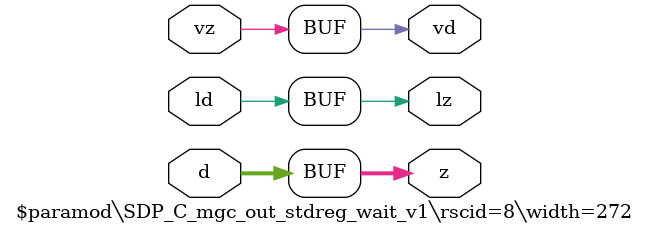
<source format=v>
module \$paramod\SDP_C_mgc_out_stdreg_wait_v1\rscid=8\width=272 (ld, vd, d, lz, vz, z);
  (* src = "./vmod/nvdla/sdp/NV_NVDLA_SDP_CORE_c.v:47" *)
  input [271:0] d;
  (* src = "./vmod/nvdla/sdp/NV_NVDLA_SDP_CORE_c.v:45" *)
  input ld;
  (* src = "./vmod/nvdla/sdp/NV_NVDLA_SDP_CORE_c.v:48" *)
  output lz;
  (* src = "./vmod/nvdla/sdp/NV_NVDLA_SDP_CORE_c.v:46" *)
  output vd;
  (* src = "./vmod/nvdla/sdp/NV_NVDLA_SDP_CORE_c.v:49" *)
  input vz;
  (* src = "./vmod/nvdla/sdp/NV_NVDLA_SDP_CORE_c.v:50" *)
  output [271:0] z;
  assign lz = ld;
  assign vd = vz;
  assign z = d;
endmodule

</source>
